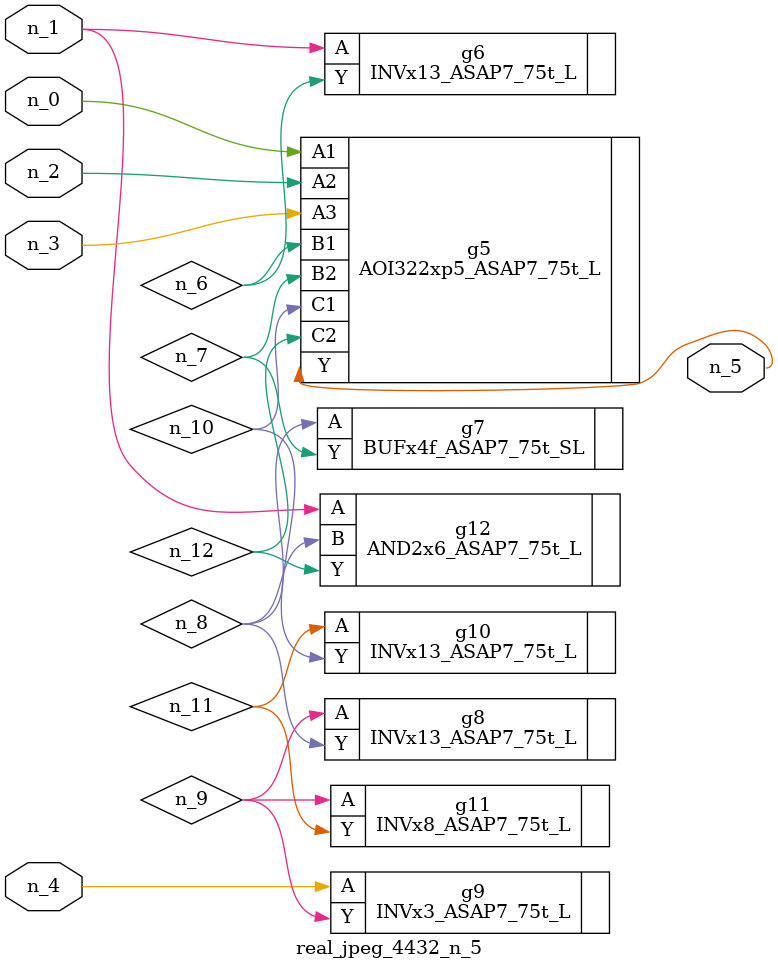
<source format=v>
module real_jpeg_4432_n_5 (n_4, n_0, n_1, n_2, n_3, n_5);

input n_4;
input n_0;
input n_1;
input n_2;
input n_3;

output n_5;

wire n_12;
wire n_8;
wire n_11;
wire n_6;
wire n_7;
wire n_10;
wire n_9;

AOI322xp5_ASAP7_75t_L g5 ( 
.A1(n_0),
.A2(n_2),
.A3(n_3),
.B1(n_6),
.B2(n_7),
.C1(n_10),
.C2(n_12),
.Y(n_5)
);

INVx13_ASAP7_75t_L g6 ( 
.A(n_1),
.Y(n_6)
);

AND2x6_ASAP7_75t_L g12 ( 
.A(n_1),
.B(n_8),
.Y(n_12)
);

INVx3_ASAP7_75t_L g9 ( 
.A(n_4),
.Y(n_9)
);

BUFx4f_ASAP7_75t_SL g7 ( 
.A(n_8),
.Y(n_7)
);

INVx13_ASAP7_75t_L g8 ( 
.A(n_9),
.Y(n_8)
);

INVx8_ASAP7_75t_L g11 ( 
.A(n_9),
.Y(n_11)
);

INVx13_ASAP7_75t_L g10 ( 
.A(n_11),
.Y(n_10)
);


endmodule
</source>
